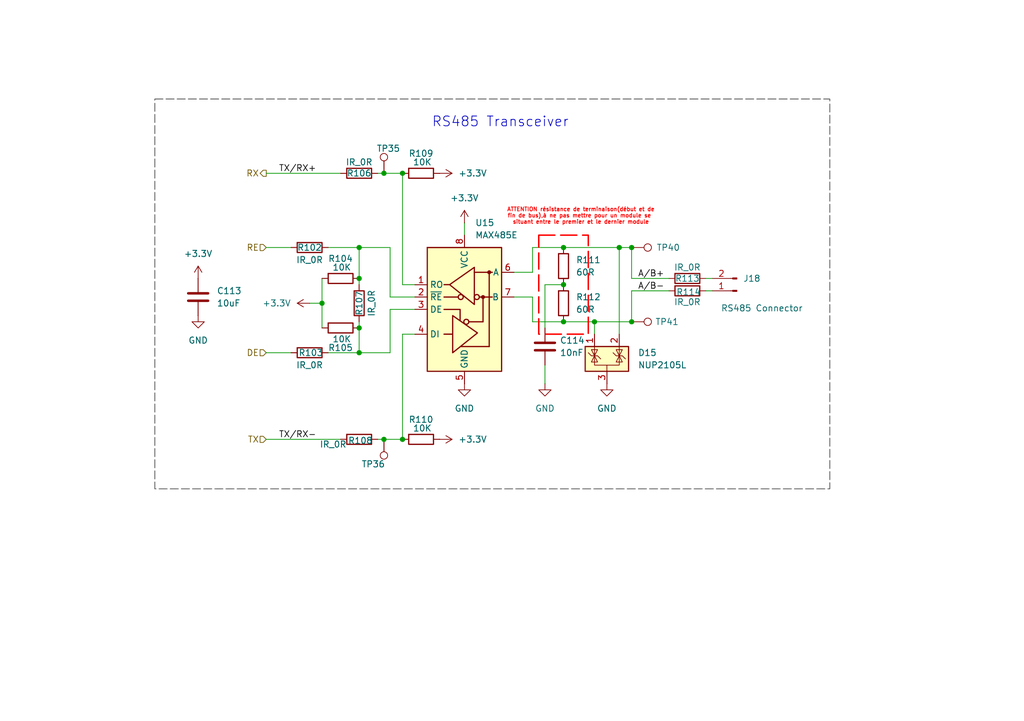
<source format=kicad_sch>
(kicad_sch (version 20231120) (generator "eeschema") (generator_version "8.0")
  (paper "A5")
  (lib_symbols
    (symbol "PnP_Mother_Board:+3.3V" (power) (pin_numbers hide) (pin_names (offset 0) hide)
      (property "Value" "+3.3V" (at 0 3.556 0))
      (symbol "+3.3V_0_1"
        (polyline (pts (xy -0.762 1.27) (xy 0 2.54)))
        (polyline (pts (xy 0 0) (xy 0 2.54)))
        (polyline (pts (xy 0 2.54) (xy 0.762 1.27)))
      )
      (symbol "+3.3V_1_1"
        (pin power_in line (at 0 0 90) (length 0) (name "~") (number "1"))
      )
    )
    (symbol "PnP_Mother_Board:C" (pin_numbers hide) (pin_names (offset 0.254))
      (property "Reference" "C" (at 0.635 2.54 0))
      (property "Value" "C" (at 0.635 -2.54 0))
      (symbol "C_0_1"
        (polyline (pts (xy -2.032 -0.762) (xy 2.032 -0.762)) (stroke (width 0.508)))
        (polyline (pts (xy -2.032 0.762) (xy 2.032 0.762)) (stroke (width 0.508)))
      )
      (symbol "C_1_1"
        (pin passive line (at 0 3.81 270) (length 2.794) (name "~") (number "1"))
        (pin passive line (at 0 -3.81 90) (length 2.794) (name "~") (number "2"))
      )
    )
    (symbol "PnP_Mother_Board:Conn_01x02_Pin" (pin_names (offset 1.016) hide)
      (property "Reference" "J" (at 0 2.54 0))
      (property "Value" "Conn_01x02_Pin" (at 0 -5.08 0))
      (symbol "Conn_01x02_Pin_1_1"
        (polyline (pts (xy 1.27 -2.54) (xy 0.8636 -2.54)) (stroke (width 0.1524)))
        (polyline (pts (xy 1.27 0) (xy 0.8636 0)) (stroke (width 0.1524)))
        (rectangle (start 0.8636 -2.413) (end 0 -2.667) (stroke (width 0.1524)) (fill (type outline)))
        (rectangle (start 0.8636 0.127) (end 0 -0.127) (stroke (width 0.1524)) (fill (type outline)))
        (pin passive line (at 5.08 0 180) (length 3.81) (name "Pin_1") (number "1"))
        (pin passive line (at 5.08 -2.54 180) (length 3.81) (name "Pin_2") (number "2"))
      )
    )
    (symbol "PnP_Mother_Board:GND" (power) (pin_numbers hide) (pin_names (offset 0) hide)
      (property "Value" "GND" (at 0 -3.81 0))
      (symbol "GND_0_1"
        (polyline (pts (xy 0 0) (xy 0 -1.27) (xy 1.27 -1.27) (xy 0 -2.54) (xy -1.27 -1.27) (xy 0 -1.27)))
      )
      (symbol "GND_1_1"
        (pin power_in line (at 0 0 270) (length 0) (name "~") (number "1"))
      )
    )
    (symbol "PnP_Mother_Board:MAX485E"
      (property "Reference" "U" (at -6.985 13.97 0))
      (property "Value" "MAX485E" (at 1.905 13.97 0))
      (symbol "MAX485E_0_1"
        (rectangle (start -7.62 12.7) (end 7.62 -12.7) (stroke (width 0.254)) (fill (type background)))
        (polyline (pts (xy -4.191 2.54) (xy -1.27 2.54)) (stroke (width 0.254)))
        (polyline (pts (xy -2.54 -5.08) (xy -4.191 -5.08)) (stroke (width 0.254)))
        (polyline (pts (xy -0.635 -7.62) (xy 5.08 -7.62)) (stroke (width 0.254)))
        (polyline (pts (xy 0.889 -2.54) (xy 3.81 -2.54)) (stroke (width 0.254)))
        (polyline (pts (xy 2.032 7.62) (xy 5.715 7.62)) (stroke (width 0.254)))
        (polyline (pts (xy 3.048 2.54) (xy 5.715 2.54)) (stroke (width 0.254)))
        (polyline (pts (xy 3.81 -2.54) (xy 3.81 2.54)) (stroke (width 0.254)))
        (polyline (pts (xy 5.08 -7.62) (xy 5.08 7.62)) (stroke (width 0.254)))
        (polyline (pts (xy -4.191 0) (xy -0.889 0) (xy -0.889 -2.286)) (stroke (width 0.254)))
        (polyline (pts (xy -3.175 5.08) (xy -4.191 5.08) (xy -4.064 5.08)) (stroke (width 0.254)))
        (polyline (pts (xy -2.413 -5.08) (xy -2.413 -1.27) (xy 2.667 -4.826) (xy -2.413 -8.89) (xy -2.413 -5.08)) (stroke (width 0.254)))
        (circle (center 0.381 -2.54) (radius 0.508) (stroke (width 0.254)))
        (circle (center 3.81 2.54) (radius 0.2794) (stroke (width 0.254)) (fill (type outline)))
      )
      (symbol "MAX485E_1_1"
        (circle (center -0.762 2.54) (radius 0.508) (stroke (width 0.254)))
        (polyline (pts (xy 2.032 4.826) (xy 2.032 8.636) (xy -3.048 5.08) (xy 2.032 1.016) (xy 2.032 4.826)) (stroke (width 0.254)))
        (circle (center 2.54 2.54) (radius 0.508) (stroke (width 0.254)))
        (circle (center 5.08 7.62) (radius 0.2794) (stroke (width 0.254)) (fill (type outline)))
        (pin output line (at -10.16 5.08 0) (length 2.54) (name "RO") (number "1"))
        (pin input line (at -10.16 2.54 0) (length 2.54) (name "~{RE}") (number "2"))
        (pin input line (at -10.16 0 0) (length 2.54) (name "DE") (number "3"))
        (pin input line (at -10.16 -5.08 0) (length 2.54) (name "DI") (number "4"))
        (pin power_in line (at 0 -15.24 90) (length 2.54) (name "GND") (number "5"))
        (pin bidirectional line (at 10.16 7.62 180) (length 2.54) (name "A") (number "6"))
        (pin bidirectional line (at 10.16 2.54 180) (length 2.54) (name "B") (number "7"))
        (pin power_in line (at 0 15.24 270) (length 2.54) (name "VCC") (number "8"))
      )
    )
    (symbol "PnP_Mother_Board:NUP2105L" (pin_names hide)
      (property "Reference" "D" (at 5.715 2.54 0))
      (property "Value" "NUP2105L" (at 5.715 0.635 0))
      (symbol "NUP2105L_0_0"
        (pin passive line (at 0 -5.08 90) (length 2.54) (name "A") (number "3"))
      )
      (symbol "NUP2105L_0_1"
        (rectangle (start -4.445 2.54) (end 4.445 -2.54) (stroke (width 0.254)) (fill (type background)))
        (polyline (pts (xy -2.54 2.54) (xy -2.54 0.635)))
        (polyline (pts (xy 0 -1.27) (xy 0 -2.54)))
        (polyline (pts (xy 2.54 2.54) (xy 2.54 0.635)))
        (polyline (pts (xy -3.81 1.27) (xy -3.175 0.635) (xy -1.905 0.635) (xy -1.27 0)))
        (polyline (pts (xy -2.54 0.635) (xy -2.54 -1.27) (xy 2.54 -1.27) (xy 2.54 0.635)))
        (polyline (pts (xy -2.54 0.635) (xy -1.905 -0.635) (xy -3.175 -0.635) (xy -2.54 0.635)))
        (polyline (pts (xy 2.54 0.635) (xy 1.905 -0.635) (xy 3.175 -0.635) (xy 2.54 0.635)))
        (polyline (pts (xy 2.54 0.635) (xy 3.175 1.905) (xy 1.905 1.905) (xy 2.54 0.635)))
        (polyline (pts (xy -2.54 0.635) (xy -3.175 1.905) (xy -1.905 1.905) (xy -2.54 0.635) (xy -2.54 1.27)))
        (polyline (pts (xy 1.27 1.27) (xy 1.905 0.635) (xy 2.54 0.635) (xy 3.175 0.635) (xy 3.81 0)))
      )
      (symbol "NUP2105L_1_1"
        (pin passive line (at -2.54 5.08 270) (length 2.54) (name "K") (number "1"))
        (pin passive line (at 2.54 5.08 270) (length 2.54) (name "K") (number "2"))
      )
    )
    (symbol "PnP_Mother_Board:R" (pin_numbers hide) (pin_names (offset 0))
      (property "Reference" "R" (at 2.032 0 90))
      (property "Value" "R" (at 0 0 90))
      (symbol "R_0_1"
        (rectangle (start -1.016 -2.54) (end 1.016 2.54) (stroke (width 0.254)))
      )
      (symbol "R_1_1"
        (pin passive line (at 0 3.81 270) (length 1.27) (name "~") (number "1"))
        (pin passive line (at 0 -3.81 90) (length 1.27) (name "~") (number "2"))
      )
    )
    (symbol "PnP_Mother_Board:TestPoint" (pin_numbers hide) (pin_names (offset 0.762) hide)
      (property "Reference" "TP" (at 0 6.858 0))
      (property "Value" "TestPoint" (at 0 5.08 0))
      (symbol "TestPoint_0_1"
        (circle (center 0 3.302) (radius 0.762))
      )
      (symbol "TestPoint_1_1"
        (pin passive line (at 0 0 90) (length 2.54) (name "1") (number "1"))
      )
    )
  )
  (junction (at 127 50.8))
  (junction (at 121.92 66.04))
  (junction (at 73.66 57.15))
  (junction (at 82.55 35.56))
  (junction (at 115.57 58.42))
  (junction (at 78.74 35.56))
  (junction (at 82.55 90.17))
  (junction (at 66.04 62.23))
  (junction (at 73.66 50.8))
  (junction (at 129.54 66.04))
  (junction (at 73.66 67.31))
  (junction (at 129.54 50.8))
  (junction (at 78.74 90.17))
  (junction (at 115.57 50.8))
  (junction (at 115.57 66.04))
  (junction (at 73.66 72.39))
  (wire (pts (xy 67.31 72.39) (xy 73.66 72.39)))
  (wire (pts (xy 66.04 57.15) (xy 66.04 62.23)))
  (wire (pts (xy 54.61 50.8) (xy 59.69 50.8)))
  (wire (pts (xy 105.41 55.88) (xy 109.22 55.88)))
  (wire (pts (xy 54.61 35.56) (xy 69.85 35.56)))
  (wire (pts (xy 80.01 72.39) (xy 80.01 63.5)))
  (wire (pts (xy 77.47 35.56) (xy 78.74 35.56)))
  (wire (pts (xy 73.66 50.8) (xy 73.66 57.15)))
  (wire (pts (xy 95.25 45.72) (xy 95.25 48.26)))
  (wire (pts (xy 73.66 57.15) (xy 73.66 58.42)))
  (wire (pts (xy 127 50.8) (xy 129.54 50.8)))
  (wire (pts (xy 144.78 59.69) (xy 146.05 59.69)))
  (wire (pts (xy 80.01 50.8) (xy 80.01 60.96)))
  (wire (pts (xy 115.57 50.8) (xy 127 50.8)))
  (wire (pts (xy 73.66 72.39) (xy 80.01 72.39)))
  (wire (pts (xy 129.54 57.15) (xy 129.54 50.8)))
  (wire (pts (xy 82.55 90.17) (xy 82.55 68.58)))
  (wire (pts (xy 109.22 50.8) (xy 115.57 50.8)))
  (wire (pts (xy 66.04 62.23) (xy 66.04 67.31)))
  (wire (pts (xy 111.76 67.31) (xy 111.76 58.42)))
  (wire (pts (xy 111.76 78.74) (xy 111.76 74.93)))
  (wire (pts (xy 78.74 35.56) (xy 82.55 35.56)))
  (wire (pts (xy 109.22 66.04) (xy 115.57 66.04)))
  (wire (pts (xy 80.01 60.96) (xy 85.09 60.96)))
  (wire (pts (xy 73.66 67.31) (xy 73.66 72.39)))
  (wire (pts (xy 82.55 35.56) (xy 82.55 58.42)))
  (wire (pts (xy 129.54 59.69) (xy 137.16 59.69)))
  (wire (pts (xy 111.76 58.42) (xy 115.57 58.42)))
  (wire (pts (xy 129.54 57.15) (xy 137.16 57.15)))
  (wire (pts (xy 109.22 60.96) (xy 109.22 66.04)))
  (wire (pts (xy 63.5 62.23) (xy 66.04 62.23)))
  (wire (pts (xy 129.54 59.69) (xy 129.54 66.04)))
  (wire (pts (xy 73.66 66.04) (xy 73.66 67.31)))
  (wire (pts (xy 105.41 60.96) (xy 109.22 60.96)))
  (wire (pts (xy 82.55 58.42) (xy 85.09 58.42)))
  (wire (pts (xy 77.47 90.17) (xy 78.74 90.17)))
  (wire (pts (xy 144.78 57.15) (xy 146.05 57.15)))
  (wire (pts (xy 127 50.8) (xy 127 68.58)))
  (wire (pts (xy 109.22 55.88) (xy 109.22 50.8)))
  (wire (pts (xy 54.61 90.17) (xy 69.85 90.17)))
  (wire (pts (xy 121.92 66.04) (xy 115.57 66.04)))
  (wire (pts (xy 121.92 66.04) (xy 129.54 66.04)))
  (wire (pts (xy 82.55 68.58) (xy 85.09 68.58)))
  (wire (pts (xy 121.92 66.04) (xy 121.92 68.58)))
  (wire (pts (xy 67.31 50.8) (xy 73.66 50.8)))
  (wire (pts (xy 54.61 72.39) (xy 59.69 72.39)))
  (wire (pts (xy 73.66 50.8) (xy 80.01 50.8)))
  (wire (pts (xy 80.01 63.5) (xy 85.09 63.5)))
  (wire (pts (xy 78.74 90.17) (xy 82.55 90.17)))
  (rectangle (start 110.49 48.26) (end 120.65 68.58) (stroke (width 0.3) (type dash) (color 255 0 0 1)))
  (rectangle (start 31.75 20.32) (end 170.18 100.33) (stroke (width 0) (type dash) (color 72 72 72 1)))
  (text "ATTENTION résistance de terminaison(début et de\nfin de bus),à ne pas mettre pour un module se \nsituant entre le premier et le dernier module" (at 119.126 44.45 0) (effects (font (size 0.8 0.8))))
  (text "RS485 Transceiver" (at 102.616 25.146 0) (effects (font (size 2 2))))
  (label "A{slash}B-" (at 130.81 59.69 0))
  (label "TX{slash}RX-" (at 57.15 90.17 0))
  (label "A{slash}B+" (at 130.81 57.15 0))
  (label "TX{slash}RX+" (at 57.15 35.56 0))
  (hierarchical_label "RX" (shape output) (at 54.61 35.56 180))
  (hierarchical_label "DE" (shape input) (at 54.61 72.39 180))
  (hierarchical_label "RE" (shape input) (at 54.61 50.8 180))
  (hierarchical_label "TX" (shape input) (at 54.61 90.17 180))
  (symbol (lib_id "PnP_Mother_Board:R") (at 115.57 62.23 0) (unit 1)
    (property "Reference" "R112" (at 118.11 60.9599 0) (effects (justify left)))
    (property "Value" "60R" (at 118.11 63.4999 0) (effects (justify left)))
    (property "Footprint" "Resistor_SMD:R_0805_2012Metric_Pad1.20x1.40mm_HandSolder" (effects (hide yes)))
    (property "Description" "Resistor" (effects (hide yes)))
  )
  (symbol (lib_id "PnP_Mother_Board:R") (at 69.85 57.15 90) (unit 1)
    (property "Reference" "R104" (at 69.85 53.086 90))
    (property "Value" "10K" (at 70.104 54.864 90))
    (property "Footprint" "Resistor_SMD:R_0805_2012Metric_Pad1.20x1.40mm_HandSolder" (effects (hide yes)))
    (property "Description" "Resistor" (effects (hide yes)))
  )
  (symbol (lib_id "PnP_Mother_Board:C") (at 111.76 71.12 0) (unit 1)
    (property "Reference" "C114" (at 114.808 69.85 0) (effects (justify left)))
    (property "Value" "10nF" (at 114.808 72.39 0) (effects (justify left)))
    (property "Footprint" "Capacitor_SMD:C_0805_2012Metric_Pad1.18x1.45mm_HandSolder" (effects (hide yes)))
    (property "Description" "Unpolarized capacitor" (effects (hide yes)))
  )
  (symbol (lib_id "PnP_Mother_Board:GND") (at 95.25 78.74 0) (unit 1)
    (property "Reference" "#PWR0161" (effects (hide yes)))
    (property "Value" "GND" (at 95.25 83.82 0))
    (property "Description" "Power symbol creates a global label with name \"GND\" , ground" (effects (hide yes)))
  )
  (symbol (lib_id "PnP_Mother_Board:+3.3V") (at 40.64 57.15 0) (unit 1)
    (property "Reference" "#PWR0155" (effects (hide yes)))
    (property "Value" "+3.3V" (at 40.64 52.07 0))
    (property "Description" "Power symbol creates a global label with name \"+3.3V\"" (effects (hide yes)))
  )
  (symbol (lib_id "PnP_Mother_Board:TestPoint") (at 78.74 90.17 180) (unit 1)
    (property "Reference" "TP36" (at 78.994 95.25 0) (effects (justify left)))
    (property "Value" "TestPoint" (effects (hide yes)))
    (property "Footprint" "TestPoint:TestPoint_Pad_D2.0mm" (effects (hide yes)))
    (property "Description" "test point" (effects (hide yes)))
  )
  (symbol (lib_id "PnP_Mother_Board:R") (at 115.57 54.61 0) (unit 1)
    (property "Reference" "R111" (at 118.11 53.3399 0) (effects (justify left)))
    (property "Value" "60R" (at 118.11 55.8799 0) (effects (justify left)))
    (property "Footprint" "Resistor_SMD:R_0805_2012Metric_Pad1.20x1.40mm_HandSolder" (effects (hide yes)))
    (property "Description" "Resistor" (effects (hide yes)))
  )
  (symbol (lib_id "PnP_Mother_Board:R") (at 69.85 67.31 90) (mirror x) (unit 1)
    (property "Reference" "R105" (at 69.85 71.374 90))
    (property "Value" "10K" (at 70.104 69.596 90))
    (property "Footprint" "Resistor_SMD:R_0805_2012Metric_Pad1.20x1.40mm_HandSolder" (effects (hide yes)))
    (property "Description" "Resistor" (effects (hide yes)))
  )
  (symbol (lib_id "PnP_Mother_Board:NUP2105L") (at 124.46 73.66 0) (unit 1)
    (property "Reference" "D15" (at 130.81 72.3899 0) (effects (justify left)))
    (property "Value" "NUP2105L" (at 130.81 74.9299 0) (effects (justify left)))
    (property "Footprint" "Package_TO_SOT_SMD:SOT-23" (effects (hide yes)))
    (property "Datasheet" "https://www.onsemi.com/pub_link/Collateral/NUP2105L-D.PDF" (effects (hide yes)))
    (property "Description" "Dual Line CAN Bus Protector, 24Vrwm" (effects (hide yes)))
  )
  (symbol (lib_id "PnP_Mother_Board:R") (at 73.66 62.23 180) (unit 1)
    (property "Reference" "R107" (at 73.66 62.23 90))
    (property "Value" "IR_0R" (at 76.2 62.23 90))
    (property "Footprint" "Resistor_SMD:R_0805_2012Metric_Pad1.20x1.40mm_HandSolder" (effects (hide yes)))
    (property "Description" "Resistor" (effects (hide yes)))
  )
  (symbol (lib_id "PnP_Mother_Board:GND") (at 111.76 78.74 0) (unit 1)
    (property "Reference" "#PWR0162" (effects (hide yes)))
    (property "Value" "GND" (at 111.76 83.82 0))
    (property "Description" "Power symbol creates a global label with name \"GND\" , ground" (effects (hide yes)))
  )
  (symbol (lib_id "PnP_Mother_Board:TestPoint") (at 78.74 35.56 0) (unit 1)
    (property "Reference" "TP35" (at 77.216 30.48 0) (effects (justify left)))
    (property "Value" "TestPoint" (effects (hide yes)))
    (property "Footprint" "TestPoint:TestPoint_Pad_D2.0mm" (effects (hide yes)))
    (property "Description" "test point" (effects (hide yes)))
  )
  (symbol (lib_id "PnP_Mother_Board:R") (at 86.36 90.17 90) (unit 1)
    (property "Reference" "R110" (at 86.36 86.106 90))
    (property "Value" "10K" (at 86.614 87.884 90))
    (property "Footprint" "Resistor_SMD:R_0805_2012Metric_Pad1.20x1.40mm_HandSolder" (effects (hide yes)))
    (property "Description" "Resistor" (effects (hide yes)))
  )
  (symbol (lib_id "PnP_Mother_Board:R") (at 140.97 59.69 90) (unit 1)
    (property "Reference" "R114" (at 141.224 59.944 90))
    (property "Value" "IR_0R" (at 140.97 61.976 90))
    (property "Footprint" "Resistor_SMD:R_0805_2012Metric_Pad1.20x1.40mm_HandSolder" (effects (hide yes)))
    (property "Description" "Resistor" (effects (hide yes)))
  )
  (symbol (lib_id "PnP_Mother_Board:R") (at 63.5 50.8 90) (unit 1)
    (property "Reference" "R102" (at 63.5 50.8 90))
    (property "Value" "IR_0R" (at 63.5 53.34 90))
    (property "Footprint" "Resistor_SMD:R_0805_2012Metric_Pad1.20x1.40mm_HandSolder" (effects (hide yes)))
    (property "Description" "Resistor" (effects (hide yes)))
  )
  (symbol (lib_id "PnP_Mother_Board:+3.3V") (at 95.25 45.72 0) (unit 1)
    (property "Reference" "#PWR0160" (effects (hide yes)))
    (property "Value" "+3.3V" (at 95.25 40.64 0))
    (property "Description" "Power symbol creates a global label with name \"+3.3V\"" (effects (hide yes)))
  )
  (symbol (lib_id "PnP_Mother_Board:GND") (at 40.64 64.77 0) (unit 1)
    (property "Reference" "#PWR0156" (effects (hide yes)))
    (property "Value" "GND" (at 40.64 69.85 0))
    (property "Description" "Power symbol creates a global label with name \"GND\" , ground" (effects (hide yes)))
  )
  (symbol (lib_id "PnP_Mother_Board:C") (at 40.64 60.96 0) (unit 1)
    (property "Reference" "C113" (at 44.45 59.6899 0) (effects (justify left)))
    (property "Value" "10uF" (at 44.45 62.2299 0) (effects (justify left)))
    (property "Footprint" "Capacitor_SMD:C_0805_2012Metric_Pad1.18x1.45mm_HandSolder" (effects (hide yes)))
    (property "Description" "Unpolarized capacitor" (effects (hide yes)))
  )
  (symbol (lib_id "PnP_Mother_Board:+3.3V") (at 63.5 62.23 90) (unit 1)
    (property "Reference" "#PWR0157" (effects (hide yes)))
    (property "Value" "+3.3V" (at 59.69 62.2299 90) (effects (justify left)))
    (property "Description" "Power symbol creates a global label with name \"+3.3V\"" (effects (hide yes)))
  )
  (symbol (lib_id "PnP_Mother_Board:R") (at 140.97 57.15 90) (unit 1)
    (property "Reference" "R113" (at 140.97 57.15 90))
    (property "Value" "IR_0R" (at 140.97 54.864 90))
    (property "Footprint" "Resistor_SMD:R_0805_2012Metric_Pad1.20x1.40mm_HandSolder" (effects (hide yes)))
    (property "Description" "Resistor" (effects (hide yes)))
  )
  (symbol (lib_id "PnP_Mother_Board:+3.3V") (at 90.17 90.17 270) (unit 1)
    (property "Reference" "#PWR0159" (effects (hide yes)))
    (property "Value" "+3.3V" (at 93.98 90.1699 90) (effects (justify left)))
    (property "Description" "Power symbol creates a global label with name \"+3.3V\"" (effects (hide yes)))
  )
  (symbol (lib_id "PnP_Mother_Board:+3.3V") (at 90.17 35.56 270) (unit 1)
    (property "Reference" "#PWR0158" (effects (hide yes)))
    (property "Value" "+3.3V" (at 93.98 35.5599 90) (effects (justify left)))
    (property "Description" "Power symbol creates a global label with name \"+3.3V\"" (effects (hide yes)))
  )
  (symbol (lib_id "PnP_Mother_Board:R") (at 86.36 35.56 90) (unit 1)
    (property "Reference" "R109" (at 86.36 31.496 90))
    (property "Value" "10K" (at 86.614 33.274 90))
    (property "Footprint" "Resistor_SMD:R_0805_2012Metric_Pad1.20x1.40mm_HandSolder" (effects (hide yes)))
    (property "Description" "Resistor" (effects (hide yes)))
  )
  (symbol (lib_id "PnP_Mother_Board:GND") (at 124.46 78.74 0) (unit 1)
    (property "Reference" "#PWR0163" (effects (hide yes)))
    (property "Value" "GND" (at 124.46 83.82 0))
    (property "Description" "Power symbol creates a global label with name \"GND\" , ground" (effects (hide yes)))
  )
  (symbol (lib_id "PnP_Mother_Board:R") (at 63.5 72.39 90) (unit 1)
    (property "Reference" "R103" (at 63.754 72.39 90))
    (property "Value" "IR_0R" (at 63.5 74.93 90))
    (property "Footprint" "Resistor_SMD:R_0805_2012Metric_Pad1.20x1.40mm_HandSolder" (effects (hide yes)))
    (property "Description" "Resistor" (effects (hide yes)))
  )
  (symbol (lib_id "PnP_Mother_Board:MAX485E") (at 95.25 63.5 0) (unit 1)
    (property "Reference" "U15" (at 97.4441 45.72 0) (effects (justify left)))
    (property "Value" "MAX485E" (at 97.4441 48.26 0) (effects (justify left)))
    (property "Footprint" "Package_SO:SOIC-8_3.9x4.9mm_P1.27mm" (effects (hide yes)))
    (property "Datasheet" "https://datasheets.maximintegrated.com/en/ds/MAX1487E-MAX491E.pdf" (effects (hide yes)))
    (property "Description" "Half duplex RS-485/RS-422, 2.5 Mbps, ±15kV electro-static discharge (ESD) protection, no slew-rate, no low-power shutdown, with receiver/driver enable, 32 receiver drive capability, DIP-8 and SOIC-8" (effects (hide yes)))
  )
  (symbol (lib_id "PnP_Mother_Board:TestPoint") (at 129.54 50.8 270) (unit 1)
    (property "Reference" "TP40" (at 134.62 50.8 90) (effects (justify left)))
    (property "Value" "TestPoint" (effects (hide yes)))
    (property "Footprint" "PnP_Mother_Board:TestPoint_KEYSTONE_5029" (effects (hide yes)))
    (property "Description" "test point" (effects (hide yes)))
  )
  (symbol (lib_id "PnP_Mother_Board:Conn_01x02_Pin") (at 151.13 59.69 180) (unit 1)
    (property "Reference" "J18" (at 152.4 57.1499 0) (effects (justify right)))
    (property "Value" "RS485 Connector" (at 147.828 63.246 0) (effects (justify right)))
    (property "Description" "Generic connector, single row, 01x02, script generated" (effects (hide yes)))
  )
  (symbol (lib_id "PnP_Mother_Board:TestPoint") (at 129.54 66.04 270) (unit 1)
    (property "Reference" "TP41" (at 134.366 66.04 90) (effects (justify left)))
    (property "Value" "TestPoint" (effects (hide yes)))
    (property "Footprint" "PnP_Mother_Board:TestPoint_KEYSTONE_5029" (effects (hide yes)))
    (property "Description" "test point" (effects (hide yes)))
  )
  (symbol (lib_id "PnP_Mother_Board:R") (at 73.66 35.56 90) (unit 1)
    (property "Reference" "R106" (at 73.66 35.56 90))
    (property "Value" "IR_0R" (at 73.66 33.274 90))
    (property "Footprint" "Resistor_SMD:R_0805_2012Metric_Pad1.20x1.40mm_HandSolder" (effects (hide yes)))
    (property "Description" "Resistor" (effects (hide yes)))
  )
  (symbol (lib_id "PnP_Mother_Board:R") (at 73.66 90.17 90) (unit 1)
    (property "Reference" "R108" (at 73.914 90.424 90))
    (property "Value" "IR_0R" (at 68.326 91.186 90))
    (property "Footprint" "Resistor_SMD:R_0805_2012Metric_Pad1.20x1.40mm_HandSolder" (effects (hide yes)))
    (property "Description" "Resistor" (effects (hide yes)))
  )
)
</source>
